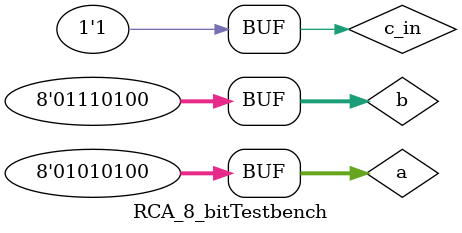
<source format=v>
`timescale 1ns / 1ps

module RCA_8_bitTestbench;

    reg [7:0]a;
    reg [7:0]b;
    reg c_in;

    wire [7:0]s;
    wire c_out;

    RCA_8_bit uut(
        .a(a),
        .b(b),
        .c_in(c_in),
        .c_out(c_out),
        .s(s)
    );

    initial begin
        $monitor ("a = %d, b = %d, c_in = %d, c_out = %d, s = %d", a, b, c_in, c_out, s);
        a = 8'd109; b = 8'd102; c_in = 0;
		#100;
		a = 8'd113; b = 8'd102; c_in = 1;
		#100;
		a = 8'd243; b = 8'd15; c_in = 0;
		#100;
		a = 8'd240; b = 8'd160; c_in = 0;
		#100;
		a = 8'd340; b = 8'd116; c_in = 1;
    end
endmodule
</source>
